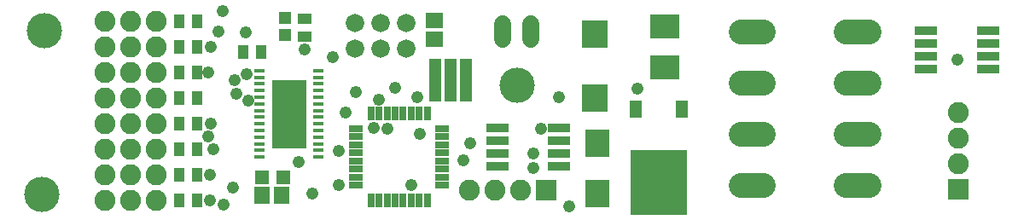
<source format=gts>
G75*
G70*
%OFA0B0*%
%FSLAX24Y24*%
%IPPOS*%
%LPD*%
%AMOC8*
5,1,8,0,0,1.08239X$1,22.5*
%
%ADD10C,0.0720*%
%ADD11R,0.0580X0.0300*%
%ADD12R,0.0300X0.0580*%
%ADD13R,0.0880X0.0340*%
%ADD14R,0.0820X0.0820*%
%ADD15C,0.0820*%
%ADD16R,0.0710X0.0592*%
%ADD17R,0.1180X0.0980*%
%ADD18R,0.0474X0.1694*%
%ADD19R,0.0395X0.0178*%
%ADD20R,0.1340X0.2678*%
%ADD21R,0.0395X0.0552*%
%ADD22R,0.0552X0.0395*%
%ADD23R,0.0474X0.0513*%
%ADD24R,0.2206X0.2521*%
%ADD25R,0.0474X0.0710*%
%ADD26C,0.0966*%
%ADD27R,0.1025X0.1104*%
%ADD28R,0.0946X0.1104*%
%ADD29C,0.1380*%
%ADD30C,0.0680*%
%ADD31R,0.0552X0.0552*%
%ADD32R,0.0592X0.0710*%
%ADD33C,0.0476*%
D10*
X013638Y007159D03*
X014638Y007159D03*
X015638Y007159D03*
X015638Y008159D03*
X014638Y008159D03*
X013638Y008159D03*
D11*
X013688Y004040D03*
X013688Y003725D03*
X013688Y003410D03*
X013688Y003095D03*
X013688Y002781D03*
X013688Y002466D03*
X013688Y002151D03*
X013688Y001836D03*
X017068Y001836D03*
X017068Y002151D03*
X017068Y002466D03*
X017068Y002781D03*
X017068Y003095D03*
X017068Y003410D03*
X017068Y003725D03*
X017068Y004040D03*
D12*
X016480Y004628D03*
X016165Y004628D03*
X015850Y004628D03*
X015535Y004628D03*
X015221Y004628D03*
X014906Y004628D03*
X014591Y004628D03*
X014276Y004628D03*
X014276Y001248D03*
X014591Y001248D03*
X014906Y001248D03*
X015221Y001248D03*
X015535Y001248D03*
X015850Y001248D03*
X016165Y001248D03*
X016480Y001248D03*
D13*
X019215Y002557D03*
X019215Y003057D03*
X019215Y003557D03*
X019215Y004057D03*
X021635Y004057D03*
X021635Y003557D03*
X021635Y003057D03*
X021635Y002557D03*
X035970Y006380D03*
X035970Y006880D03*
X035970Y007380D03*
X035970Y007880D03*
X038390Y007880D03*
X038390Y007380D03*
X038390Y006880D03*
X038390Y006380D03*
D14*
X037230Y001680D03*
X021122Y001622D03*
D15*
X003880Y001230D03*
X004880Y001230D03*
X005880Y001230D03*
X005880Y002230D03*
X004880Y002230D03*
X003880Y002230D03*
X003880Y003230D03*
X004880Y003230D03*
X005880Y003230D03*
X005880Y004230D03*
X004880Y004230D03*
X003880Y004230D03*
X003880Y005230D03*
X004880Y005230D03*
X005880Y005230D03*
X005880Y006230D03*
X004880Y006230D03*
X003880Y006230D03*
X003880Y007230D03*
X004880Y007230D03*
X005880Y007230D03*
X005880Y008230D03*
X004880Y008230D03*
X003880Y008230D03*
X018122Y001622D03*
X019122Y001622D03*
X020122Y001622D03*
X037230Y002680D03*
X037230Y003680D03*
X037230Y004680D03*
D16*
X016770Y007525D03*
X016770Y008273D03*
D17*
X025764Y008051D03*
X025764Y006439D03*
D18*
X017980Y005924D03*
X017389Y005924D03*
X016798Y005924D03*
D19*
X012222Y006047D03*
X012222Y005787D03*
X012222Y005527D03*
X012222Y005267D03*
X012222Y005007D03*
X012222Y004747D03*
X012224Y004487D03*
X012222Y004227D03*
X012222Y003967D03*
X012222Y003707D03*
X012222Y003447D03*
X012222Y003187D03*
X012222Y002927D03*
X009922Y002927D03*
X009922Y003187D03*
X009922Y003447D03*
X009922Y003707D03*
X009922Y003967D03*
X009922Y004227D03*
X009920Y004487D03*
X009922Y004747D03*
X009922Y005007D03*
X009922Y005267D03*
X009922Y005527D03*
X009922Y005787D03*
X009922Y006047D03*
X009922Y006307D03*
X012222Y006307D03*
D20*
X011072Y004617D03*
D21*
X007484Y004230D03*
X006776Y004230D03*
X006776Y003230D03*
X007484Y003230D03*
X007484Y002230D03*
X006776Y002230D03*
X006776Y001230D03*
X007484Y001230D03*
X007484Y005230D03*
X006776Y005230D03*
X006776Y006230D03*
X007484Y006230D03*
X009276Y007030D03*
X009984Y007030D03*
X007484Y007230D03*
X006776Y007230D03*
X006776Y008230D03*
X007484Y008230D03*
D22*
X011680Y008334D03*
X011680Y007626D03*
D23*
X010930Y007695D03*
X010930Y008365D03*
D24*
X025522Y001935D03*
D25*
X026420Y004809D03*
X024624Y004809D03*
D26*
X028705Y005830D02*
X029591Y005830D01*
X032837Y005830D02*
X033723Y005830D01*
X033723Y003830D02*
X032837Y003830D01*
X029591Y003830D02*
X028705Y003830D01*
X028705Y001830D02*
X029591Y001830D01*
X032837Y001830D02*
X033723Y001830D01*
X033723Y007830D02*
X032837Y007830D01*
X029591Y007830D02*
X028705Y007830D01*
D27*
X023006Y007744D03*
X023006Y005224D03*
D28*
X023129Y003475D03*
X023129Y001507D03*
D29*
X019990Y005720D03*
X001530Y007880D03*
X001430Y001480D03*
D30*
X019430Y007530D02*
X019430Y008130D01*
X020530Y008130D02*
X020530Y007530D01*
D31*
X010853Y002150D03*
X010027Y002150D03*
D32*
X010036Y001420D03*
X010784Y001420D03*
D33*
X011980Y001500D03*
X013030Y001830D03*
X015860Y001840D03*
X017890Y002800D03*
X018170Y003470D03*
X016180Y003830D03*
X014930Y004030D03*
X014380Y004080D03*
X013280Y004680D03*
X011070Y004930D03*
X009480Y005130D03*
X009010Y005400D03*
X008970Y005940D03*
X009430Y006180D03*
X007930Y006230D03*
X008030Y007230D03*
X009390Y007800D03*
X008330Y007830D03*
X008480Y008630D03*
X011680Y007130D03*
X012780Y006830D03*
X015230Y005630D03*
X016090Y005280D03*
X014580Y005180D03*
X013680Y005480D03*
X011070Y004270D03*
X008030Y004240D03*
X007930Y003730D03*
X008130Y003230D03*
X011460Y002750D03*
X013030Y003180D03*
X007980Y002230D03*
X008880Y001730D03*
X007980Y001230D03*
X008530Y001080D03*
X020620Y002510D03*
X020610Y003080D03*
X024880Y002730D03*
X026180Y002730D03*
X026180Y001830D03*
X024880Y001830D03*
X022010Y001010D03*
X020920Y004050D03*
X021620Y005270D03*
X024690Y005590D03*
X037180Y006730D03*
M02*

</source>
